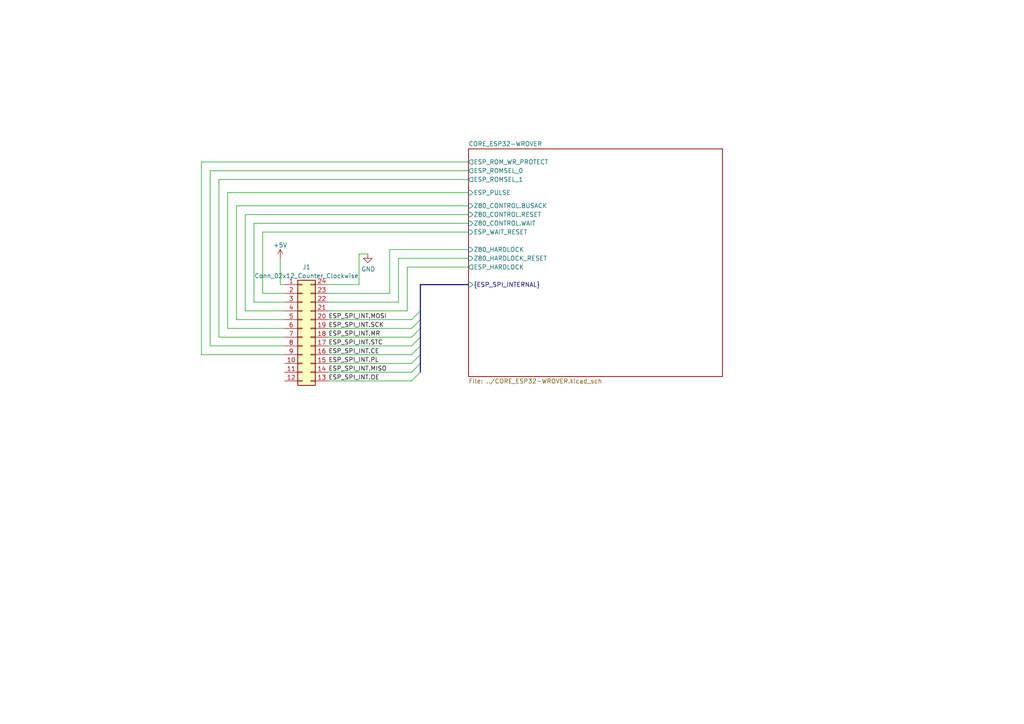
<source format=kicad_sch>
(kicad_sch (version 20230121) (generator eeschema)
  (paper "A4")
  (title_block (title "FujiNet CORE_ESP32-WROVER") (date "2023-05-13") (rev "0.1") (company "FujiNet"))
  (lib_symbols
    (symbol "Connector_Generic:Conn_02x12_Counter_Clockwise" (pin_names (offset 1.016) hide)
      (property "Reference" "J" (at 1.27 15.24 0))
      (property "Value" "Conn_02x12_Counter_Clockwise" (at 1.27 -17.78 0))
      (symbol "Conn_02x12_Counter_Clockwise_1_1"
        (rectangle (start -1.27 -15.113) (end 0 -15.367) (stroke (width 0.1524)))
        (rectangle (start -1.27 -12.573) (end 0 -12.827) (stroke (width 0.1524)))
        (rectangle (start -1.27 -10.033) (end 0 -10.287) (stroke (width 0.1524)))
        (rectangle (start -1.27 -7.493) (end 0 -7.747) (stroke (width 0.1524)))
        (rectangle (start -1.27 -4.953) (end 0 -5.207) (stroke (width 0.1524)))
        (rectangle (start -1.27 -2.413) (end 0 -2.667) (stroke (width 0.1524)))
        (rectangle (start -1.27 0.127) (end 0 -0.127) (stroke (width 0.1524)))
        (rectangle (start -1.27 2.667) (end 0 2.413) (stroke (width 0.1524)))
        (rectangle (start -1.27 5.207) (end 0 4.953) (stroke (width 0.1524)))
        (rectangle (start -1.27 7.747) (end 0 7.493) (stroke (width 0.1524)))
        (rectangle (start -1.27 10.287) (end 0 10.033) (stroke (width 0.1524)))
        (rectangle (start -1.27 12.827) (end 0 12.573) (stroke (width 0.1524)))
        (rectangle (start -1.27 13.97) (end 3.81 -16.51) (stroke (width 0.254)) (fill (type background)))
        (rectangle (start 3.81 -15.113) (end 2.54 -15.367) (stroke (width 0.1524)))
        (rectangle (start 3.81 -12.573) (end 2.54 -12.827) (stroke (width 0.1524)))
        (rectangle (start 3.81 -10.033) (end 2.54 -10.287) (stroke (width 0.1524)))
        (rectangle (start 3.81 -7.493) (end 2.54 -7.747) (stroke (width 0.1524)))
        (rectangle (start 3.81 -4.953) (end 2.54 -5.207) (stroke (width 0.1524)))
        (rectangle (start 3.81 -2.413) (end 2.54 -2.667) (stroke (width 0.1524)))
        (rectangle (start 3.81 0.127) (end 2.54 -0.127) (stroke (width 0.1524)))
        (rectangle (start 3.81 2.667) (end 2.54 2.413) (stroke (width 0.1524)))
        (rectangle (start 3.81 5.207) (end 2.54 4.953) (stroke (width 0.1524)))
        (rectangle (start 3.81 7.747) (end 2.54 7.493) (stroke (width 0.1524)))
        (rectangle (start 3.81 10.287) (end 2.54 10.033) (stroke (width 0.1524)))
        (rectangle (start 3.81 12.827) (end 2.54 12.573) (stroke (width 0.1524)))
        (pin passive line (at -5.08 12.7 0) (length 3.81) (name "Pin_1") (number "1"))
        (pin passive line (at -5.08 -10.16 0) (length 3.81) (name "Pin_10") (number "10"))
        (pin passive line (at -5.08 -12.7 0) (length 3.81) (name "Pin_11") (number "11"))
        (pin passive line (at -5.08 -15.24 0) (length 3.81) (name "Pin_12") (number "12"))
        (pin passive line (at 7.62 -15.24 180) (length 3.81) (name "Pin_13") (number "13"))
        (pin passive line (at 7.62 -12.7 180) (length 3.81) (name "Pin_14") (number "14"))
        (pin passive line (at 7.62 -10.16 180) (length 3.81) (name "Pin_15") (number "15"))
        (pin passive line (at 7.62 -7.62 180) (length 3.81) (name "Pin_16") (number "16"))
        (pin passive line (at 7.62 -5.08 180) (length 3.81) (name "Pin_17") (number "17"))
        (pin passive line (at 7.62 -2.54 180) (length 3.81) (name "Pin_18") (number "18"))
        (pin passive line (at 7.62 0 180) (length 3.81) (name "Pin_19") (number "19"))
        (pin passive line (at -5.08 10.16 0) (length 3.81) (name "Pin_2") (number "2"))
        (pin passive line (at 7.62 2.54 180) (length 3.81) (name "Pin_20") (number "20"))
        (pin passive line (at 7.62 5.08 180) (length 3.81) (name "Pin_21") (number "21"))
        (pin passive line (at 7.62 7.62 180) (length 3.81) (name "Pin_22") (number "22"))
        (pin passive line (at 7.62 10.16 180) (length 3.81) (name "Pin_23") (number "23"))
        (pin passive line (at 7.62 12.7 180) (length 3.81) (name "Pin_24") (number "24"))
        (pin passive line (at -5.08 7.62 0) (length 3.81) (name "Pin_3") (number "3"))
        (pin passive line (at -5.08 5.08 0) (length 3.81) (name "Pin_4") (number "4"))
        (pin passive line (at -5.08 2.54 0) (length 3.81) (name "Pin_5") (number "5"))
        (pin passive line (at -5.08 0 0) (length 3.81) (name "Pin_6") (number "6"))
        (pin passive line (at -5.08 -2.54 0) (length 3.81) (name "Pin_7") (number "7"))
        (pin passive line (at -5.08 -5.08 0) (length 3.81) (name "Pin_8") (number "8"))
        (pin passive line (at -5.08 -7.62 0) (length 3.81) (name "Pin_9") (number "9"))
      )
    )
    (symbol "power:+5V" (power) (pin_names (offset 0))
      (property "Value" "+5V" (at 0 3.556 0))
      (symbol "+5V_0_1"
        (polyline (pts (xy -0.762 1.27) (xy 0 2.54)))
        (polyline (pts (xy 0 0) (xy 0 2.54)))
        (polyline (pts (xy 0 2.54) (xy 0.762 1.27)))
      )
      (symbol "+5V_1_1"
        (pin power_in line (at 0 0 90) (length 0) hide (name "+5V") (number "1"))
      )
    )
    (symbol "power:GND" (power) (pin_names (offset 0))
      (property "Value" "GND" (at 0 -3.81 0))
      (symbol "GND_0_1"
        (polyline (pts (xy 0 0) (xy 0 -1.27) (xy 1.27 -1.27) (xy 0 -2.54) (xy -1.27 -1.27) (xy 0 -1.27)))
      )
      (symbol "GND_1_1"
        (pin power_in line (at 0 0 270) (length 0) hide (name "GND") (number "1"))
      )
    )
  )
  (bus_alias "Z80_CONTROL" (members "Z80_CONTROL.RD" "Z80_CONTROL.WR" "Z80_CONTROL.IORQ" "Z80_CONTROL.MEMRQ" "Z80_CONTROL.BUSRQ" "Z80_CONTROL.WAIT" "Z80_CONTROL.ROMCS" "Z80_CONTROL.BUSACK" "Z80_CONTROL.NMI" "Z80_CONTROL.RESET"))
  (bus_entry (at 121.92 92.71) (size -2.54 2.54))
  (bus_entry (at 121.92 100.33) (size -2.54 2.54))
  (bus_entry (at 121.92 107.95) (size -2.54 2.54))
  (bus_entry (at 121.92 105.41) (size -2.54 2.54))
  (bus_entry (at 121.92 90.17) (size -2.54 2.54))
  (bus_entry (at 121.92 95.25) (size -2.54 2.54))
  (bus_entry (at 121.92 102.87) (size -2.54 2.54))
  (bus_entry (at 121.92 97.79) (size -2.54 2.54))
  (bus (pts (xy 121.92 97.79) (xy 121.92 100.33)))
  (wire (pts (xy 95.25 110.49) (xy 119.38 110.49)))
  (wire (pts (xy 113.03 72.39) (xy 113.03 85.09)))
  (wire (pts (xy 135.89 59.69) (xy 68.58 59.69)))
  (wire (pts (xy 76.2 85.09) (xy 82.55 85.09)))
  (wire (pts (xy 81.28 74.93) (xy 81.28 82.55)))
  (wire (pts (xy 119.38 92.71) (xy 95.25 92.71)))
  (wire (pts (xy 113.03 85.09) (xy 95.25 85.09)))
  (wire (pts (xy 71.12 62.23) (xy 135.89 62.23)))
  (wire (pts (xy 73.66 64.77) (xy 73.66 87.63)))
  (wire (pts (xy 95.25 107.95) (xy 119.38 107.95)))
  (wire (pts (xy 63.5 97.79) (xy 82.55 97.79)))
  (wire (pts (xy 95.25 102.87) (xy 119.38 102.87)))
  (wire (pts (xy 95.25 100.33) (xy 119.38 100.33)))
  (wire (pts (xy 115.57 87.63) (xy 115.57 74.93)))
  (bus (pts (xy 121.92 82.55) (xy 121.92 90.17)))
  (wire (pts (xy 135.89 46.99) (xy 58.42 46.99)))
  (bus (pts (xy 121.92 95.25) (xy 121.92 97.79)))
  (wire (pts (xy 63.5 52.07) (xy 63.5 97.79)))
  (wire (pts (xy 81.28 82.55) (xy 82.55 82.55)))
  (wire (pts (xy 106.68 73.66) (xy 104.14 73.66)))
  (wire (pts (xy 66.04 95.25) (xy 66.04 55.88)))
  (wire (pts (xy 82.55 95.25) (xy 66.04 95.25)))
  (wire (pts (xy 95.25 105.41) (xy 119.38 105.41)))
  (wire (pts (xy 104.14 73.66) (xy 104.14 82.55)))
  (wire (pts (xy 135.89 77.47) (xy 118.11 77.47)))
  (bus (pts (xy 121.92 100.33) (xy 121.92 102.87)))
  (wire (pts (xy 58.42 102.87) (xy 82.55 102.87)))
  (wire (pts (xy 135.89 64.77) (xy 73.66 64.77)))
  (bus (pts (xy 135.89 82.55) (xy 121.92 82.55)))
  (wire (pts (xy 60.96 49.53) (xy 135.89 49.53)))
  (wire (pts (xy 76.2 67.31) (xy 76.2 85.09)))
  (wire (pts (xy 135.89 72.39) (xy 113.03 72.39)))
  (wire (pts (xy 95.25 82.55) (xy 104.14 82.55)))
  (wire (pts (xy 66.04 55.88) (xy 135.89 55.88)))
  (wire (pts (xy 82.55 90.17) (xy 71.12 90.17)))
  (wire (pts (xy 118.11 90.17) (xy 95.25 90.17)))
  (wire (pts (xy 95.25 87.63) (xy 115.57 87.63)))
  (bus (pts (xy 121.92 92.71) (xy 121.92 95.25)))
  (wire (pts (xy 60.96 100.33) (xy 60.96 49.53)))
  (bus (pts (xy 121.92 90.17) (xy 121.92 92.71)))
  (wire (pts (xy 95.25 95.25) (xy 119.38 95.25)))
  (wire (pts (xy 58.42 46.99) (xy 58.42 102.87)))
  (wire (pts (xy 118.11 77.47) (xy 118.11 90.17)))
  (wire (pts (xy 95.25 97.79) (xy 119.38 97.79)))
  (wire (pts (xy 135.89 52.07) (xy 63.5 52.07)))
  (bus (pts (xy 121.92 105.41) (xy 121.92 107.95)))
  (wire (pts (xy 68.58 59.69) (xy 68.58 92.71)))
  (wire (pts (xy 82.55 100.33) (xy 60.96 100.33)))
  (wire (pts (xy 71.12 90.17) (xy 71.12 62.23)))
  (wire (pts (xy 76.2 67.31) (xy 135.89 67.31)))
  (wire (pts (xy 115.57 74.93) (xy 135.89 74.93)))
  (wire (pts (xy 68.58 92.71) (xy 82.55 92.71)))
  (wire (pts (xy 73.66 87.63) (xy 82.55 87.63)))
  (bus (pts (xy 121.92 102.87) (xy 121.92 105.41)))
  (label "ESP_SPI_INT.MR" (at 95.25 97.79 0))
  (label "ESP_SPI_INT.MISO" (at 95.25 107.95 0))
  (label "ESP_SPI_INT.MOSI" (at 95.25 92.71 0))
  (label "ESP_SPI_INT.OE" (at 95.25 110.49 0))
  (label "ESP_SPI_INT.SCK" (at 95.25 95.25 0))
  (label "ESP_SPI_INT.PL" (at 95.25 105.41 0))
  (label "ESP_SPI_INT.STC" (at 95.25 100.33 0))
  (label "ESP_SPI_INT.CE" (at 95.25 102.87 0))
  (symbol (lib_id "Connector_Generic:Conn_02x12_Counter_Clockwise") (at 87.63 95.25 0) (unit 1)
    (property "Reference" "J1" (at 88.9 77.47 0))
    (property "Value" "Conn_02x12_Counter_Clockwise" (at 88.9 80.01 0))
    (property "Footprint" "Connector_PinSocket_2.54mm:PinSocket_2x12_P2.54mm_Vertical" (effects hide))
  )
  (symbol (lib_id "power:+5V") (at 81.28 74.93 0) (unit 1)
    (property "Reference" "#PWR01" (effects hide))
    (property "Value" "+5V" (at 81.28 71.12 0))
  )
  (symbol (lib_id "power:GND") (at 106.68 73.66 0) (unit 1)
    (property "Reference" "#PWR02" (effects hide))
    (property "Value" "GND" (at 106.807 78.0542 0))
  )
  (sheet (at 135.89 43.18) (size 73.66 66.04) (stroke (width 0.1524))
    (property "Sheetname" "CORE_ESP32-WROVER" (at 135.89 42.4684 0) (effects (justify left bottom)))
    (property "Sheetfile" "../CORE_ESP32-WROVER.kicad_sch" (at 135.89 109.8046 0) (effects (justify left top)))
    (pin "Z80_HARDLOCK" input (at 135.89 72.39 180))
    (pin "ESP_WAIT_RESET" input (at 135.89 67.31 180))
    (pin "ESP_PULSE" input (at 135.89 55.88 180))
    (pin "{ESP_SPI_INTERNAL}" input (at 135.89 82.55 180))
    (pin "Z80_CONTROL.BUSACK" input (at 135.89 59.69 180))
    (pin "Z80_CONTROL.WAIT" input (at 135.89 64.77 180))
    (pin "Z80_HARDLOCK_RESET" input (at 135.89 74.93 180))
    (pin "ESP_ROM_WR_PROTECT" output (at 135.89 46.99 180))
    (pin "Z80_CONTROL.RESET" input (at 135.89 62.23 180))
    (pin "ESP_ROMSEL_0" output (at 135.89 49.53 180))
    (pin "ESP_ROMSEL_1" output (at 135.89 52.07 180))
    (pin "ESP_HARDLOCK" output (at 135.89 77.47 180))
  )
)
</source>
